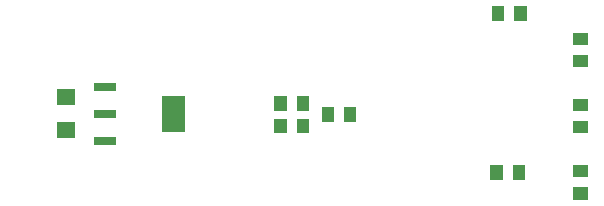
<source format=gbr>
G04 DipTrace 2.4.0.2*
%INTopPaste.gbr*%
%MOIN*%
%ADD38C,-0.01*%
%FSLAX44Y44*%
G04*
G70*
G90*
G75*
G01*
%LNTopPaste*%
%LPD*%
D38*
X6218Y7695D3*
G36*
X8194Y7125D2*
X7586D1*
Y7655D1*
X8194D1*
Y7125D1*
G37*
G36*
Y8227D2*
X7586D1*
Y8757D1*
X8194D1*
Y8227D1*
G37*
G36*
X25285Y5084D2*
X24795D1*
Y5496D1*
X25285D1*
Y5084D1*
G37*
G36*
Y5832D2*
X24795D1*
Y6244D1*
X25285D1*
Y5832D1*
G37*
G36*
X25280Y9489D2*
X24790D1*
Y9901D1*
X25280D1*
Y9489D1*
G37*
G36*
Y10237D2*
X24790D1*
Y10649D1*
X25280D1*
Y10237D1*
G37*
G36*
Y7289D2*
X24790D1*
Y7701D1*
X25280D1*
Y7289D1*
G37*
G36*
Y8037D2*
X24790D1*
Y8449D1*
X25280D1*
Y8037D1*
G37*
G36*
X8817Y8703D2*
Y8977D1*
X9563D1*
Y8703D1*
X8817D1*
G37*
G36*
Y7797D2*
Y8071D1*
X9563D1*
Y7797D1*
X8817D1*
G37*
G36*
Y6892D2*
Y7166D1*
X9563D1*
Y6892D1*
X8817D1*
G37*
G36*
X11100Y7345D2*
Y8524D1*
X11847D1*
Y7345D1*
X11100D1*
G37*
G36*
X16410Y7669D2*
Y8159D1*
X16822D1*
Y7669D1*
X16410D1*
G37*
G36*
X17158D2*
Y8159D1*
X17570D1*
Y7669D1*
X17158D1*
G37*
G36*
X22034Y5745D2*
Y6235D1*
X22446D1*
Y5745D1*
X22034D1*
G37*
G36*
X22782D2*
Y6235D1*
X23194D1*
Y5745D1*
X22782D1*
G37*
G36*
X15996Y8535D2*
Y8045D1*
X15584D1*
Y8535D1*
X15996D1*
G37*
G36*
X15248D2*
Y8045D1*
X14836D1*
Y8535D1*
X15248D1*
G37*
G36*
X15996Y7785D2*
Y7295D1*
X15584D1*
Y7785D1*
X15996D1*
G37*
G36*
X15248D2*
Y7295D1*
X14836D1*
Y7785D1*
X15248D1*
G37*
G36*
X22084Y11045D2*
Y11535D1*
X22496D1*
Y11045D1*
X22084D1*
G37*
G36*
X22832D2*
Y11535D1*
X23244D1*
Y11045D1*
X22832D1*
G37*
M02*

</source>
